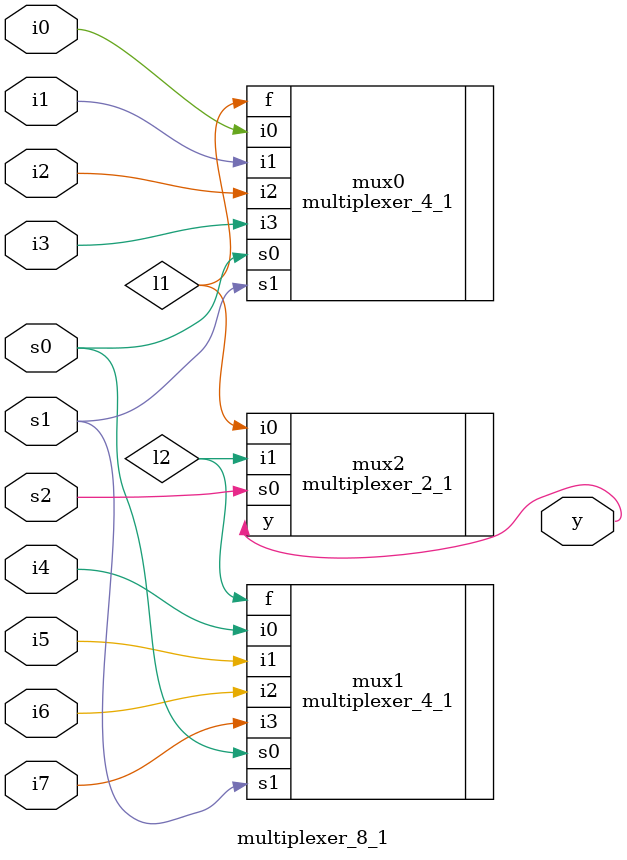
<source format=v>
module multiplexer_8_1 (
    input wire i0,        // in operand i0
    input wire i1,        // in operand i1
    input wire i2,        // in operand i2
    input wire i3,        // in operand i3
    input wire i4,        // in operand i4
    input wire i5,        // in operand i5
    input wire i6,        // in operand i6
    input wire i7,        // in operand i7
    input wire s0,        // in select line s0
    input wire s1,        // in select line s1
    input wire s2,        // in select line s2
    
    output wire y         // out y
);

    wire l1, l2;

    multiplexer_4_1 mux0 (
        .i0(i0),
        .i1(i1),
        .i2(i2),
        .i3(i3),
        .s0(s0),
        .s1(s1),
        .f(l1)
    ); // Module

    multiplexer_4_1 mux1 (
        .i0(i4),
        .i1(i5),
        .i2(i6),
        .i3(i7),
        .s0(s0),
        .s1(s1),
        .f(l2)
    ); // Module

    multiplexer_2_1 mux2 (
        .i0(l1),
        .i1(l2),
        .s0(s2),
        .y(y)
    ); // Module

endmodule

// Testbench
/*
module multiplexer_8_1_tb;
    reg i0, i1, s0;
    wire y;

    multiplexer_8_1 uut(
        .i0(i0),
        .i1(i1),
        .s0(s0),
        .y(y)
    );

    initial begin
        $monitor("At time %t, i0 = %b, i1 = %b, s0 = %b, y = %b", $time, i0, i1, s0, y);
        i0 = 0; i1 = 0; s0 = 0; #10;
        i0 = 1; i1 = 1; s0 = 0; #10;
        i0 = 0; i1 = 0; s0 = 1; #10;
        i0 = 1; i1 = 1; s0 = 1; #10;
        $finish;
    end

endmodule
*/
</source>
